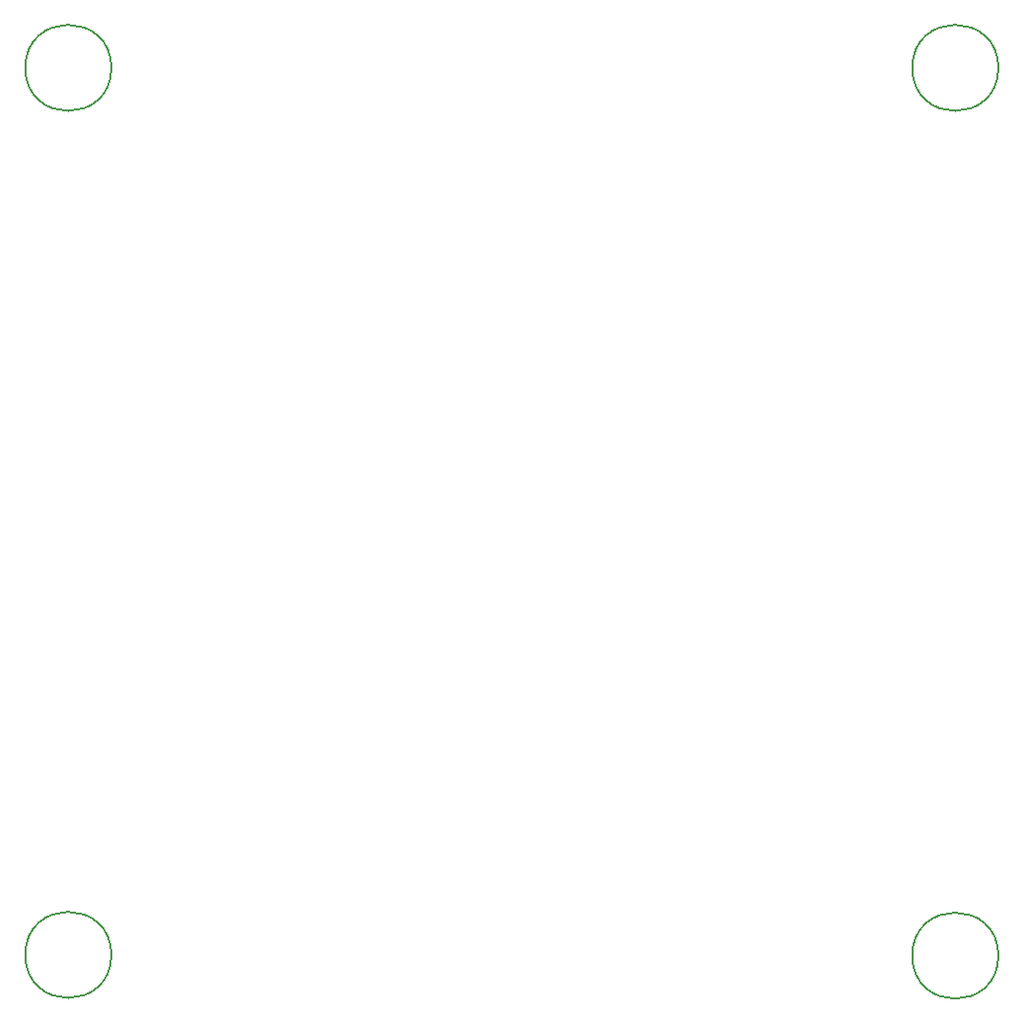
<source format=gbr>
%TF.GenerationSoftware,KiCad,Pcbnew,(6.0.7)*%
%TF.CreationDate,2022-08-13T18:52:35-04:00*%
%TF.ProjectId,Diff_Expansion,44696666-5f45-4787-9061-6e73696f6e2e,v3*%
%TF.SameCoordinates,Original*%
%TF.FileFunction,Other,Comment*%
%FSLAX46Y46*%
G04 Gerber Fmt 4.6, Leading zero omitted, Abs format (unit mm)*
G04 Created by KiCad (PCBNEW (6.0.7)) date 2022-08-13 18:52:35*
%MOMM*%
%LPD*%
G01*
G04 APERTURE LIST*
%ADD10C,0.150000*%
G04 APERTURE END LIST*
D10*
%TO.C,REF\u002A\u002A*%
X76431000Y-140969800D02*
G75*
G03*
X76431000Y-140969800I-3700000J0D01*
G01*
X152631000Y-141037800D02*
G75*
G03*
X152631000Y-141037800I-3700000J0D01*
G01*
X152631000Y-64769800D02*
G75*
G03*
X152631000Y-64769800I-3700000J0D01*
G01*
X76431000Y-64769800D02*
G75*
G03*
X76431000Y-64769800I-3700000J0D01*
G01*
%TD*%
M02*

</source>
